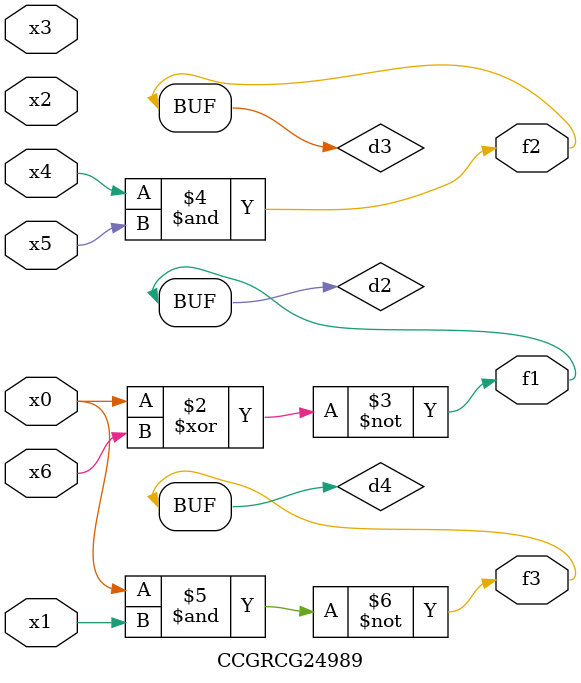
<source format=v>
module CCGRCG24989(
	input x0, x1, x2, x3, x4, x5, x6,
	output f1, f2, f3
);

	wire d1, d2, d3, d4;

	nor (d1, x0);
	xnor (d2, x0, x6);
	and (d3, x4, x5);
	nand (d4, x0, x1);
	assign f1 = d2;
	assign f2 = d3;
	assign f3 = d4;
endmodule

</source>
